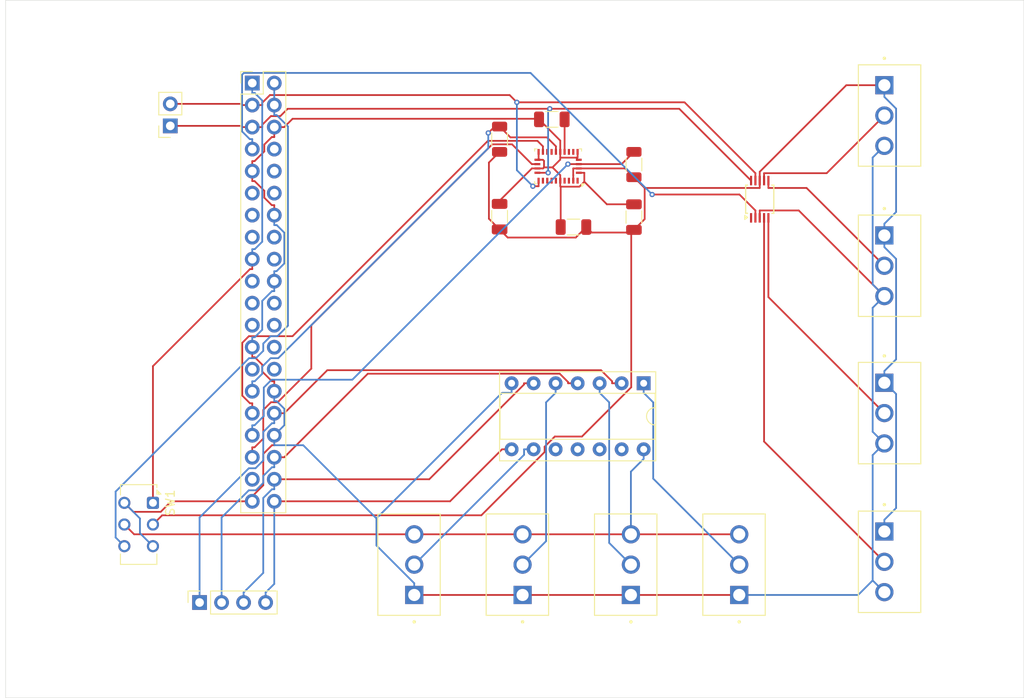
<source format=kicad_pcb>
(kicad_pcb (version 20240108) (generator "pcbnew") (generator_version "8.0")
  (layers (0 "F.Cu" signal) (31 "B.Cu" signal) (34 "B.Paste" user) (35 "F.Paste" user) (36 "B.SilkS" user "B.Silkscreen") (37 "F.SilkS" user "F.Silkscreen") (38 "B.Mask" user) (39 "F.Mask" user) (44 "Edge.Cuts" user))
  (net 0 "")
  (net 1 "GND")
  (net 2 "3.3V")
  (net 3 "Net-(U1-CAP)")
  (net 4 "Net-(J2-Pad2)")
  (net 5 "5V")
  (net 6 "Net-(J3-Pad2)")
  (net 7 "Net-(J4-Pad2)")
  (net 8 "Net-(J5-Pad2)")
  (net 9 "ST 4")
  (net 10 "/I2C_1_SCL")
  (net 11 "/UART_2_RX")
  (net 12 "/gpio232")
  (net 13 "/gpio194")
  (net 14 "/gpio20")
  (net 15 "IMU nBOOT")
  (net 16 "/I2C_1_SDA")
  (net 17 "IMU nRESET")
  (net 18 "/I2C_2_SDA")
  (net 19 "/I2C_2_SCL")
  (net 20 "ST 1")
  (net 21 "ADC ALERT")
  (net 22 "/gpio15")
  (net 23 "/gpio50")
  (net 24 "ST 3")
  (net 25 "/gpio14")
  (net 26 "IMU INT")
  (net 27 "/UART_2_TX")
  (net 28 "/gpio19")
  (net 29 "/gpio79")
  (net 30 "COM 3")
  (net 31 "/gpio12")
  (net 32 "/gpio16")
  (net 33 "/gpio13")
  (net 34 "/gpio17")
  (net 35 "ST 2")
  (net 36 "/gpio18")
  (net 53 "/ADC/Signal 4")
  (net 54 "/ADC/Signal 3")
  (net 55 "/ADC/Signal 1")
  (net 56 "/ADC/Signal 2")
  (net 57 "/ADC/3.3V")
  (net 58 "/SchmittTrigger(74LV14)/5V")
  (footprint "TBP03R2_350_03BE(1):CUI_TBP03R2-350-03BE" (layer "F.Cu") (at 141.6525 137.13 90)
    (property "Reference" "J3" (hide yes))
    (property "Value" "TBP03R2-350-03BE")
  )
  (footprint "Resistor_SMD:R_1206_3216Metric" (layer "F.Cu") (at 142 87.4625 90)
    (property "Reference" "R2" (hide yes))
    (property "Value" "10k")
  )
  (footprint "TBP03R2_350_03BE(1):CUI_TBP03R2-350-03BE" (layer "F.Cu") (at 170.9 129.805 -90)
    (property "Reference" "J7" (hide yes))
    (property "Value" "TBP03R2-350-03BE" (hide yes))
  )
  (footprint "TBP03R2_350_03BE(1):CUI_TBP03R2-350-03BE" (layer "F.Cu") (at 129.1525 137.13 90)
    (property "Reference" "J4" (hide yes))
    (property "Value" "TBP03R2-350-03BE")
  )
  (footprint "Package_SO:TSSOP-10_3x3mm_P0.5mm" (layer "F.Cu") (at 156.5175 91.4625 90)
    (property "Reference" "U4" (hide yes))
    (property "Value" "ADS1115IDGS")
  )
  (footprint "Connector_PinHeader_2.54mm:PinHeader_2x20_P2.54mm_Vertical" (layer "F.Cu") (at 97.96 78.06)
    (property "Reference" "J6" (hide yes))
    (property "Value" "40_Pin_Jetson_Connector")
  )
  (footprint "TBP03R2_350_03BE(1):CUI_TBP03R2-350-03BE" (layer "F.Cu") (at 170.9 78.305 -90)
    (property "Reference" "J10" (hide yes))
    (property "Value" "TBP03R2-350-03BE")
  )
  (footprint "Connector_PinSocket_2.54mm:PinSocket_1x04_P2.54mm_Vertical" (layer "F.Cu") (at 91.88 138 90)
    (property "Reference" "J11" (hide yes))
    (property "Value" "ST DEBUG")
  )
  (footprint "Capacitor_SMD:C_1206_3216Metric" (layer "F.Cu") (at 135.025 94.675)
    (property "Reference" "C7" (hide yes))
    (property "Value" "6.8n")
  )
  (footprint "MountingHole:MountingHole_2.1mm" (layer "F.Cu") (at 74 144.5)
    (property "Reference" "H2" (hide yes))
    (property "Value" "MountingHole")
  )
  (footprint "TBP03R2_350_03BE(1):CUI_TBP03R2-350-03BE" (layer "F.Cu") (at 170.9 112.6425 -90)
    (property "Reference" "J8" (hide yes))
    (property "Value" "TBP03R2-350-03BE" (hide yes))
  )
  (footprint "TBP03R2_350_03BE(1):CUI_TBP03R2-350-03BE" (layer "F.Cu") (at 170.9 95.6425 -90)
    (property "Reference" "J9" (hide yes))
    (property "Value" "TBP03R2-350-03BE")
  )
  (footprint "Connector_PinSocket_2.54mm:PinSocket_1x02_P2.54mm_Vertical" (layer "F.Cu") (at 88.5 83 180)
    (property "Reference" "J1" (hide yes))
    (property "Value" "I2C_2 DEBUG")
  )
  (footprint "Capacitor_SMD:C_1206_3216Metric" (layer "F.Cu") (at 132.525 82.2505 180)
    (property "Reference" "C8" (hide yes))
    (property "Value" "100n")
  )
  (footprint "Capacitor_SMD:C_1206_3216Metric" (layer "F.Cu") (at 142 93.525 -90)
    (property "Reference" "C6" (hide yes))
    (property "Value" "100n")
  )
  (footprint "Button_Switch_THT:SW_CK_JS202011AQN_DPDT_Angled" (layer "F.Cu") (at 86.5 126.5 -90)
    (property "Reference" "SW1")
    (property "Value" "SW_Push_DPDT")
  )
  (footprint "Capacitor_SMD:C_1206_3216Metric" (layer "F.Cu") (at 126.5 93.475 -90)
    (property "Reference" "C1" (hide yes))
    (property "Value" "120n")
  )
  (footprint "Package_DIP:DIP-14_W7.62mm_Socket" (layer "F.Cu") (at 143.125 112.7 -90)
    (property "Reference" "U2" (hide yes))
    (property "Value" "74LV14")
  )
  (footprint "TBP03R2_350_03BE(1):CUI_TBP03R2-350-03BE" (layer "F.Cu") (at 154.1525 137.13 90)
    (property "Reference" "J2" (hide yes))
    (property "Value" "TBP03R2-350-03BE")
  )
  (footprint "MountingHole:MountingHole_2.1mm" (layer "F.Cu") (at 181.5 144.5)
    (property "Reference" "H4" (hide yes))
    (property "Value" "MountingHole")
  )
  (footprint "Resistor_SMD:R_1206_3216Metric" (layer "F.Cu") (at 126.5 84.5375 90)
    (property "Reference" "R1" (hide yes))
    (property "Value" "10k")
  )
  (footprint "MountingHole:MountingHole_2.1mm" (layer "F.Cu") (at 181.5 73)
    (property "Reference" "H3" (hide yes))
    (property "Value" "MountingHole")
  )
  (footprint "TBP03R2_350_03BE(1):CUI_TBP03R2-350-03BE" (layer "F.Cu") (at 116.6525 137.13 90)
    (property "Reference" "J5" (hide yes))
    (property "Value" "TBP03R2-350-03BE")
  )
  (footprint "Package_LGA:LGA-28_5.2x3.8mm_P0.5mm" (layer "F.Cu") (at 133.25 87.6625 180)
    (property "Reference" "U1" (hide yes))
    (property "Value" "BNO055")
  )
  (footprint "MountingHole:MountingHole_2.1mm" (layer "B.Cu") (at 74.5 73 180)
    (property "Reference" "H1" (hide yes))
    (property "Value" "MountingHole")
  )
  (gr_rect (start 69.5 68.5) (end 187 149) (stroke (width 0.05)) (fill none) (layer "Edge.Cuts"))
  (segment (start 132.6038 87.7896) (end 131.6246 87.7896) (width 0.2) (layer "F.Cu") (net 1))
  (segment (start 135.4584 86.6392) (end 135.5 86.6392) (width 0.2) (layer "F.Cu") (net 1))
  (segment (start 133.5 89.325) (end 133.5 89.9642) (width 0.2) (layer "F.Cu") (net 1))
  (segment (start 97.96 108.54) (end 97.96 109.6917) (width 0.2) (layer "F.Cu") (net 1))
  (segment (start 138.8814 92.05) (end 142 92.05) (width 0.2) (layer "F.Cu") (net 1))
  (segment (start 133.55 90.0142) (end 135.7078 90.0142) (width 0.2) (layer "F.Cu") (net 1))
  (segment (start 130.8625 86.9125) (end 131.0678 86.9125) (width 0.2) (layer "F.Cu") (net 1))
  (segment (start 99.23 120.8532) (end 100.2315 119.8517) (width 0.2) (layer "F.Cu") (net 1))
  (segment (start 84.2368 127.5368) (end 83.2 126.5) (width 0.2) (layer "F.Cu") (net 1))
  (segment (start 97.96 88.22) (end 97.96 87.0683) (width 0.2) (layer "F.Cu") (net 1))
  (segment (start 97.3842 126.32) (end 96.8083 126.32) (width 0.2) (layer "F.Cu") (net 1))
  (segment (start 133.5 86.6653) (end 133.5 86) (width 0.2) (layer "F.Cu") (net 1))
  (segment (start 131.0678 86.9125) (end 131 86.8447) (width 0.2) (layer "F.Cu") (net 1))
  (segment (start 100.2315 119.8517) (end 100.5 119.8517) (width 0.2) (layer "F.Cu") (net 1))
  (segment (start 97.3842 126.32) (end 99.23 124.4742) (width 0.2) (layer "F.Cu") (net 1))
  (segment (start 99.23 124.4742) (end 99.23 120.8532) (width 0.2) (layer "F.Cu") (net 1))
  (segment (start 133.5 89.2265) (end 133.5 89.325) (width 0.2) (layer "F.Cu") (net 1))
  (segment (start 131.6246 87.7896) (end 131.6246 87.0354) (width 0.2) (layer "F.Cu") (net 1))
  (segment (start 135.4323 86.9125) (end 135.4323 86.6653) (width 0.2) (layer "F.Cu") (net 1))
  (segment (start 135.5 86) (end 135.5 86.6392) (width 0.2) (layer "F.Cu") (net 1))
  (segment (start 98.248 109.6917) (end 99.1117 110.5554) (width 0.2) (layer "F.Cu") (net 1))
  (segment (start 133.5 86.6653) (end 135.4323 86.6653) (width 0.2) (layer "F.Cu") (net 1))
  (segment (start 100.2315 112.4683) (end 100.5 112.4683) (width 0.2) (layer "F.Cu") (net 1))
  (segment (start 99.3483 85.9485) (end 98.2285 87.0683) (width 0.2) (layer "F.Cu") (net 1))
  (segment (start 98.2285 87.0683) (end 97.96 87.0683) (width 0.2) (layer "F.Cu") (net 1))
  (segment (start 131.05 82.2505) (end 130.9784 82.1789) (width 0.2) (layer "F.Cu") (net 1))
  (segment (start 96.8083 126.32) (end 88.612 126.32) (width 0.2) (layer "F.Cu") (net 1))
  (segment (start 135.4323 86.6653) (end 135.4584 86.6392) (width 0.2) (layer "F.Cu") (net 1))
  (segment (start 100.5 84.2917) (end 100.212 84.2917) (width 0.2) (layer "F.Cu") (net 1))
  (segment (start 132.6038 87.7896) (end 133.5 86.8934) (width 0.2) (layer "F.Cu") (net 1))
  (segment (start 170.9 102.6425) (end 161.0183 92.7608) (width 0.2) (layer "F.Cu") (net 1))
  (segment (start 161.0183 92.7608) (end 156.5175 92.7608) (width 0.2) (layer "F.Cu") (net 1))
  (segment (start 100.5 113.62) (end 100.5 112.4683) (width 0.2) (layer "F.Cu") (net 1))
  (segment (start 102.6128 82.1789) (end 101.6517 83.14) (width 0.2) (layer "F.Cu") (net 1))
  (segment (start 97.96 126.32) (end 97.3842 126.32) (width 0.2) (layer "F.Cu") (net 1))
  (segment (start 154.1525 137.13) (end 141.6525 137.13) (width 0.2) (layer "F.Cu") (net 1))
  (segment (start 135.6375 88.4125) (end 136.2767 88.4125) (width 0.2) (layer "F.Cu") (net 1))
  (segment (start 88.612 126.32) (end 87.3952 127.5368) (width 0.2) (layer "F.Cu") (net 1))
  (segment (start 130.9784 82.1789) (end 102.6128 82.1789) (width 0.2) (layer "F.Cu") (net 1))
  (segment (start 100.5 93.3) (end 100.5 92.1483) (width 0.2) (layer "F.Cu") (net 1))
  (segment (start 133.5 86) (end 133.5 84.7005) (width 0.2) (layer "F.Cu") (net 1))
  (segment (start 133.5 89.2265) (end 133.5 88.6858) (width 0.2) (layer "F.Cu") (net 1))
  (segment (start 100.5 83.14) (end 100.5 84.2917) (width 0.2) (layer "F.Cu") (net 1))
  (segment (start 99.1117 110.5554) (end 99.1117 111.3485) (width 0.2) (layer "F.Cu") (net 1))
  (segment (start 129.1525 137.13) (end 141.6525 137.13) (width 0.2) (layer "F.Cu") (net 1))
  (segment (start 97.96 109.6917) (end 98.248 109.6917) (width 0.2) (layer "F.Cu") (net 1))
  (segment (start 87.3952 127.5368) (end 84.2368 127.5368) (width 0.2) (layer "F.Cu") (net 1))
  (segment (start 116.6525 137.13) (end 129.1525 137.13) (width 0.2) (layer "F.Cu") (net 1))
  (segment (start 126.5 91.6358) (end 130.2233 87.9125) (width 0.2) (layer "F.Cu") (net 1))
  (segment (start 100.212 84.2917) (end 99.3483 85.1554) (width 0.2) (layer "F.Cu") (net 1))
  (segment (start 98.2285 89.3717) (end 97.96 89.3717) (width 0.2) (layer "F.Cu") (net 1))
  (segment (start 100.5 118.7) (end 100.5 119.8517) (width 0.2) (layer "F.Cu") (net 1))
  (segment (start 100.5 83.14) (end 101.6517 83.14) (width 0.2) (layer "F.Cu") (net 1))
  (segment (start 136.2767 89.4453) (end 138.8814 92.05) (width 0.2) (layer "F.Cu") (net 1))
  (segment (start 126.5 92) (end 126.5 91.6358) (width 0.2) (layer "F.Cu") (net 1))
  (segment (start 133.5 89.9642) (end 133.55 90.0142) (width 0.2) (layer "F.Cu") (net 1))
  (segment (start 99.1117 111.3485) (end 100.2315 112.4683) (width 0.2) (layer "F.Cu") (net 1))
  (segment (start 131.6246 87.7896) (end 131.5017 87.9125) (width 0.2) (layer "F.Cu") (net 1))
  (segment (start 131.6246 87.0354) (end 131.5017 86.9125) (width 0.2) (layer "F.Cu") (net 1))
  (segment (start 133.5 84.7005) (end 131.05 82.2505) (width 0.2) (layer "F.Cu") (net 1))
  (segment (start 99.3483 91.2846) (end 99.3483 90.4915) (width 0.2) (layer "F.Cu") (net 1))
  (segment (start 97.96 88.22) (end 97.96 89.3717) (width 0.2) (layer "F.Cu") (net 1))
  (segment (start 133.55 90.0142) (end 133.55 94.675) (width 0.2) (layer "F.Cu") (net 1))
  (segment (start 131 86.8447) (end 131 86) (width 0.2) (layer "F.Cu") (net 1))
  (segment (start 130.8625 87.9125) (end 131.5017 87.9125) (width 0.2) (layer "F.Cu") (net 1))
  (segment (start 99.3483 90.4915) (end 98.2285 89.3717) (width 0.2) (layer "F.Cu") (net 1))
  (segment (start 156.5175 93.6125) (end 156.5175 92.7608) (width 0.2) (layer "F.Cu") (net 1))
  (segment (start 136.2767 89.4453) (end 136.2767 88.4125) (width 0.2) (layer "F.Cu") (net 1))
  (segment (start 99.3483 85.1554) (end 99.3483 85.9485) (width 0.2) (layer "F.Cu") (net 1))
  (segment (start 133.5 88.6858) (end 132.6038 87.7896) (width 0.2) (layer "F.Cu") (net 1))
  (segment (start 135.6375 86.9125) (end 135.4323 86.9125) (width 0.2) (layer "F.Cu") (net 1))
  (segment (start 131.0678 86.9125) (end 131.5017 86.9125) (width 0.2) (layer "F.Cu") (net 1))
  (segment (start 133.5 86.8934) (end 133.5 86.6653) (width 0.2) (layer "F.Cu") (net 1))
  (segment (start 135.7078 90.0142) (end 136.2767 89.4453) (width 0.2) (layer "F.Cu") (net 1))
  (segment (start 100.212 92.1483) (end 99.3483 91.2846) (width 0.2) (layer "F.Cu") (net 1))
  (segment (start 100.5 92.1483) (end 100.212 92.1483) (width 0.2) (layer "F.Cu") (net 1))
  (segment (start 130.8625 87.9125) (end 130.2233 87.9125) (width 0.2) (layer "F.Cu") (net 1))
  (segment (start 167.8716 137.13) (end 169.5483 135.4533) (width 0.2) (layer "B.Cu") (net 1))
  (segment (start 127.885 113.8017) (end 126.7833 113.8017) (width 0.2) (layer "B.Cu") (net 1))
  (segment (start 169.5483 135.4533) (end 169.5483 120.9942) (width 0.2) (layer "B.Cu") (net 1))
  (segment (start 169.5483 120.9942) (end 170.9 119.6425) (width 0.2) (layer "B.Cu") (net 1))
  (segment (start 127.885 112.7) (end 127.885 113.8017) (width 0.2) (layer "B.Cu") (net 1))
  (segment (start 100.5 118.7) (end 100.5 119.8517) (width 0.2) (layer "B.Cu") (net 1))
  (segment (start 85.0002 128.3002) (end 85.0002 130.0002) (width 0.2) (layer "B.Cu") (net 1))
  (segment (start 99.1117 106.5246) (end 99.1117 103.1915) (width 0.2) (layer "B.Cu") (net 1))
  (segment (start 170.9 136.805) (end 169.5483 135.4533) (width 0.2) (layer "B.Cu") (net 1))
  (segment (start 169.548 101.2905) (end 169.548 86.657) (width 0.2) (layer "B.Cu") (net 1))
  (segment (start 100.5 100.92) (end 100.5 99.7683) (width 0.2) (layer "B.Cu") (net 1))
  (segment (start 101.6581 95.3219) (end 101.6581 98.8787) (width 0.2) (layer "B.Cu") (net 1))
  (segment (start 116.6525 137.13) (end 116.6525 135.7783) (width 0.2) (layer "B.Cu") (net 1))
  (segment (start 126.7833 113.8017) (end 112.2874 128.2976) (width 0.2) (layer "B.Cu") (net 1))
  (segment (start 170.9 119.6425) (end 169.5483 118.2908) (width 0.2) (layer "B.Cu") (net 1))
  (segment (start 100.5 94.4517) (end 100.7879 94.4517) (width 0.2) (layer "B.Cu") (net 1))
  (segment (start 103.8415 119.8517) (end 100.5 119.8517) (width 0.2) (layer "B.Cu") (net 1))
  (segment (start 169.5483 103.9942) (end 170.9 102.6425) (width 0.2) (layer "B.Cu") (net 1))
  (segment (start 170.9 102.6425) (end 169.548 101.2905) (width 0.2) (layer "B.Cu") (net 1))
  (segment (start 101.663 117.537) (end 100.5 118.7) (width 0.2) (layer "B.Cu") (net 1))
  (segment (start 100.5 93.3) (end 100.5 94.4517) (width 0.2) (layer "B.Cu") (net 1))
  (segment (start 83.2 126.5) (end 85.0002 128.3002) (width 0.2) (layer "B.Cu") (net 1))
  (segment (start 100.7685 99.7683) (end 100.5 99.7683) (width 0.2) (layer "B.Cu") (net 1))
  (segment (start 112.2874 131.4132) (end 116.6525 135.7783) (width 0.2) (layer "B.Cu") (net 1))
  (segment (start 100.7879 94.4517) (end 101.6581 95.3219) (width 0.2) (layer "B.Cu") (net 1))
  (segment (start 98.248 107.3883) (end 99.1117 106.5246) (width 0.2) (layer "B.Cu") (net 1))
  (segment (start 169.548 86.657) (end 170.9 85.305) (width 0.2) (layer "B.Cu") (net 1))
  (segment (start 100.2315 102.0717) (end 100.5 102.0717) (width 0.2) (layer "B.Cu") (net 1))
  (segment (start 99.1117 103.1915) (end 100.2315 102.0717) (width 0.2) (layer "B.Cu") (net 1))
  (segment (start 101.663 115.6468) (end 101.663 117.537) (width 0.2) (layer "B.Cu") (net 1))
  (segment (start 100.7879 114.7717) (end 101.663 115.6468) (width 0.2) (layer "B.Cu") (net 1))
  (segment (start 101.6581 98.8787) (end 100.7685 99.7683) (width 0.2) (layer "B.Cu") (net 1))
  (segment (start 112.2874 128.2976) (end 112.2874 131.4132) (width 0.2) (layer "B.Cu") (net 1))
  (segment (start 97.96 108.54) (end 97.96 107.3883) (width 0.2) (layer "B.Cu") (net 1))
  (segment (start 112.2874 128.2976) (end 103.8415 119.8517) (width 0.2) (layer "B.Cu") (net 1))
  (segment (start 154.1525 137.13) (end 167.8716 137.13) (width 0.2) (layer "B.Cu") (net 1))
  (segment (start 97.96 107.3883) (end 98.248 107.3883) (width 0.2) (layer "B.Cu") (net 1))
  (segment (start 169.5483 118.2908) (end 169.5483 103.9942) (width 0.2) (layer "B.Cu") (net 1))
  (segment (start 100.5 100.92) (end 100.5 102.0717) (width 0.2) (layer "B.Cu") (net 1))
  (segment (start 100.5 114.7717) (end 100.7879 114.7717) (width 0.2) (layer "B.Cu") (net 1))
  (segment (start 85.0002 130.0002) (end 86.5 131.5) (width 0.2) (layer "B.Cu") (net 1))
  (segment (start 100.5 113.62) (end 100.5 114.7717) (width 0.2) (layer "B.Cu") (net 1))
  (segment (start 97.96 98.38) (end 97.96 99.5317) (width 0.2) (layer "F.Cu") (net 2))
  (segment (start 86.5 126.5) (end 86.5 110.7232) (width 0.2) (layer "F.Cu") (net 2))
  (segment (start 97.6915 99.5317) (end 97.96 99.5317) (width 0.2) (layer "F.Cu") (net 2))
  (segment (start 86.5 110.7232) (end 97.6915 99.5317) (width 0.2) (layer "F.Cu") (net 2))
  (segment (start 99.1117 80.0754) (end 98.248 79.2117) (width 0.2) (layer "B.Cu") (net 2))
  (segment (start 97.96 78.06) (end 97.96 79.2117) (width 0.2) (layer "B.Cu") (net 2))
  (segment (start 98.2479 97.2283) (end 99.1117 96.3645) (width 0.2) (layer "B.Cu") (net 2))
  (segment (start 97.96 98.38) (end 97.96 97.2283) (width 0.2) (layer "B.Cu") (net 2))
  (segment (start 99.1117 96.3645) (end 99.1117 80.0754) (width 0.2) (layer "B.Cu") (net 2))
  (segment (start 98.248 79.2117) (end 97.96 79.2117) (width 0.2) (layer "B.Cu") (net 2))
  (segment (start 97.96 97.2283) (end 98.2479 97.2283) (width 0.2) (layer "B.Cu") (net 2))
  (segment (start 134 86) (end 134 82.2505) (width 0.2) (layer "F.Cu") (net 3))
  (segment (start 143.125 112.7) (end 143.125 113.8017) (width 0.2) (layer "B.Cu") (net 4))
  (segment (start 144.2267 114.9034) (end 144.2267 123.7042) (width 0.2) (layer "B.Cu") (net 4))
  (segment (start 144.2267 123.7042) (end 154.1525 133.63) (width 0.2) (layer "B.Cu") (net 4))
  (segment (start 143.125 113.8017) (end 144.2267 114.9034) (width 0.2) (layer "B.Cu") (net 4))
  (segment (start 97.582 109.81) (end 98.3783 109.81) (width 0.2) (layer "B.Cu") (net 5))
  (segment (start 100.8659 107.27) (end 102.0787 106.0572) (width 0.2) (layer "B.Cu") (net 5))
  (segment (start 82.193 125.199) (end 97.582 109.81) (width 0.2) (layer "B.Cu") (net 5))
  (segment (start 99.23 108.1216) (end 100.0816 107.27) (width 0.2) (layer "B.Cu") (net 5))
  (segment (start 102.0787 83.0619) (end 100.7685 81.7517) (width 0.2) (layer "B.Cu") (net 5))
  (segment (start 100.0816 107.27) (end 100.8659 107.27) (width 0.2) (layer "B.Cu") (net 5))
  (segment (start 99.23 108.9583) (end 99.23 108.1216) (width 0.2) (layer "B.Cu") (net 5))
  (segment (start 82.193 130.493) (end 82.193 125.199) (width 0.2) (layer "B.Cu") (net 5))
  (segment (start 83.2 131.5) (end 82.193 130.493) (width 0.2) (layer "B.Cu") (net 5))
  (segment (start 100.7685 81.7517) (end 100.5 81.7517) (width 0.2) (layer "B.Cu") (net 5))
  (segment (start 98.3783 109.81) (end 99.23 108.9583) (width 0.2) (layer "B.Cu") (net 5))
  (segment (start 100.5 80.6) (end 100.5 78.06) (width 0.2) (layer "B.Cu") (net 5))
  (segment (start 102.0787 106.0572) (end 102.0787 83.0619) (width 0.2) (layer "B.Cu") (net 5))
  (segment (start 100.5 80.6) (end 100.5 81.7517) (width 0.2) (layer "B.Cu") (net 5))
  (segment (start 139.1467 114.9034) (end 139.1467 131.1242) (width 0.2) (layer "B.Cu") (net 6))
  (segment (start 138.045 113.8017) (end 139.1467 114.9034) (width 0.2) (layer "B.Cu") (net 6))
  (segment (start 139.1467 131.1242) (end 141.6525 133.63) (width 0.2) (layer "B.Cu") (net 6))
  (segment (start 138.045 112.7) (end 138.045 113.8017) (width 0.2) (layer "B.Cu") (net 6))
  (segment (start 132.965 112.7) (end 132.965 113.8017) (width 0.2) (layer "B.Cu") (net 7))
  (segment (start 132.965 113.8017) (end 131.8633 114.9034) (width 0.2) (layer "B.Cu") (net 7))
  (segment (start 131.8633 130.9192) (end 129.1525 133.63) (width 0.2) (layer "B.Cu") (net 7))
  (segment (start 131.8633 114.9034) (end 131.8633 130.9192) (width 0.2) (layer "B.Cu") (net 7))
  (segment (start 129.3233 120.9592) (end 116.6525 133.63) (width 0.2) (layer "B.Cu") (net 8))
  (segment (start 130.425 120.32) (end 129.3233 120.32) (width 0.2) (layer "B.Cu") (net 8))
  (segment (start 129.3233 120.32) (end 129.3233 120.9592) (width 0.2) (layer "B.Cu") (net 8))
  (segment (start 120.7833 126.32) (end 100.5 126.32) (width 0.2) (layer "F.Cu") (net 9))
  (segment (start 127.885 120.32) (end 126.7833 120.32) (width 0.2) (layer "F.Cu") (net 9))
  (segment (start 126.7833 120.32) (end 120.7833 126.32) (width 0.2) (layer "F.Cu") (net 9))
  (segment (start 100.5 135.8483) (end 99.5 136.8483) (width 0.2) (layer "B.Cu") (net 9))
  (segment (start 99.5 138) (end 99.5 136.8483) (width 0.2) (layer "B.Cu") (net 9))
  (segment (start 100.5 126.32) (end 100.5 135.8483) (width 0.2) (layer "B.Cu") (net 9))
  (segment (start 140.5875 87.4125) (end 142 86) (width 0.2) (layer "F.Cu") (net 15))
  (segment (start 135.6375 87.4125) (end 140.5875 87.4125) (width 0.2) (layer "F.Cu") (net 15))
  (segment (start 134.3834 87.4125) (end 135.6375 87.4125) (width 0.2) (layer "F.Cu") (net 15))
  (via (at 134.3834 87.4125) (size 0.6) (drill 0.3) (layers "F.Cu" "B.Cu") (net 15))
  (segment (start 97.96 118.7) (end 97.96 117.5483) (width 0.2) (layer "B.Cu") (net 15))
  (segment (start 99.29 116.4868) (end 99.29 113.1937) (width 0.2) (layer "B.Cu") (net 15))
  (segment (start 109.5059 112.29) (end 134.3834 87.4125) (width 0.2) (layer "B.Cu") (net 15))
  (segment (start 97.96 117.5483) (end 98.2285 117.5483) (width 0.2) (layer "B.Cu") (net 15))
  (segment (start 99.29 113.1937) (end 100.1937 112.29) (width 0.2) (layer "B.Cu") (net 15))
  (segment (start 98.2285 117.5483) (end 99.29 116.4868) (width 0.2) (layer "B.Cu") (net 15))
  (segment (start 100.1937 112.29) (end 109.5059 112.29) (width 0.2) (layer "B.Cu") (net 15))
  (segment (start 133 86) (end 133 85.3608) (width 0.2) (layer "F.Cu") (net 17))
  (segment (start 127.7492 84.3242) (end 126.5 83.075) (width 0.2) (layer "F.Cu") (net 17))
  (segment (start 125.1943 83.8164) (end 125.9357 83.075) (width 0.2) (layer "F.Cu") (net 17))
  (segment (start 125.9357 83.075) (end 126.5 83.075) (width 0.2) (layer "F.Cu") (net 17))
  (segment (start 131.9634 84.3242) (end 127.7492 84.3242) (width 0.2) (layer "F.Cu") (net 17))
  (segment (start 133 85.3608) (end 131.9634 84.3242) (width 0.2) (layer "F.Cu") (net 17))
  (via (at 125.1943 83.8164) (size 0.6) (drill 0.3) (layers "F.Cu" "B.Cu") (net 17))
  (segment (start 100.0816 109.81) (end 100.9564 109.81) (width 0.2) (layer "B.Cu") (net 17))
  (segment (start 97.96 113.62) (end 97.96 112.4683) (width 0.2) (layer "B.Cu") (net 17))
  (segment (start 99.1117 110.7799) (end 100.0816 109.81) (width 0.2) (layer "B.Cu") (net 17))
  (segment (start 100.9564 109.81) (end 125.1943 85.5721) (width 0.2) (layer "B.Cu") (net 17))
  (segment (start 97.96 112.4683) (end 98.248 112.4683) (width 0.2) (layer "B.Cu") (net 17))
  (segment (start 98.248 112.4683) (end 99.1117 111.6046) (width 0.2) (layer "B.Cu") (net 17))
  (segment (start 125.1943 85.5721) (end 125.1943 83.8164) (width 0.2) (layer "B.Cu") (net 17))
  (segment (start 99.1117 111.6046) (end 99.1117 110.7799) (width 0.2) (layer "B.Cu") (net 17))
  (segment (start 99.1117 80.3315) (end 99.1117 80.6) (width 0.2) (layer "F.Cu") (net 18))
  (segment (start 147.8381 80.2814) (end 128.4931 80.2814) (width 0.2) (layer "F.Cu") (net 18))
  (segment (start 97.96 80.6) (end 96.8083 80.6) (width 0.2) (layer "F.Cu") (net 18))
  (segment (start 131 89.9642) (end 130.3413 89.9642) (width 0.2) (layer "F.Cu") (net 18))
  (segment (start 131 89.325) (end 131 89.9642) (width 0.2) (layer "F.Cu") (net 18))
  (segment (start 99.9969 79.4463) (end 99.1117 80.3315) (width 0.2) (layer "F.Cu") (net 18))
  (segment (start 156.0175 89.3125) (end 156.0175 88.4608) (width 0.2) (layer "F.Cu") (net 18))
  (segment (start 128.4931 80.2814) (end 127.658 79.4463) (width 0.2) (layer "F.Cu") (net 18))
  (segment (start 88.5 80.46) (end 96.6683 80.46) (width 0.2) (layer "F.Cu") (net 18))
  (segment (start 96.6683 80.46) (end 96.8083 80.6) (width 0.2) (layer "F.Cu") (net 18))
  (segment (start 127.658 79.4463) (end 99.9969 79.4463) (width 0.2) (layer "F.Cu") (net 18))
  (segment (start 156.0175 88.4608) (end 147.8381 80.2814) (width 0.2) (layer "F.Cu") (net 18))
  (segment (start 97.96 80.6) (end 99.1117 80.6) (width 0.2) (layer "F.Cu") (net 18))
  (via (at 128.4931 80.2814) (size 0.6) (drill 0.3) (layers "F.Cu" "B.Cu") (net 18))
  (via (at 130.3413 89.9642) (size 0.6) (drill 0.3) (layers "F.Cu" "B.Cu") (net 18))
  (segment (start 128.4931 80.2814) (end 128.4931 88.116) (width 0.2) (layer "B.Cu") (net 18))
  (segment (start 128.4931 88.116) (end 130.3413 89.9642) (width 0.2) (layer "B.Cu") (net 18))
  (segment (start 97.96 83.14) (end 96.8083 83.14) (width 0.2) (layer "F.Cu") (net 19))
  (segment (start 155.5175 89.3125) (end 147.2319 81.0269) (width 0.2) (layer "F.Cu") (net 19))
  (segment (start 102.0451 81.0269) (end 101.202 81.87) (width 0.2) (layer "F.Cu") (net 19))
  (segment (start 130.8625 88.4125) (end 132.099 88.4125) (width 0.2) (layer "F.Cu") (net 19))
  (segment (start 147.2319 81.0269) (end 132.2923 81.0269) (width 0.2) (layer "F.Cu") (net 19))
  (segment (start 132.2923 81.0269) (end 102.0451 81.0269) (width 0.2) (layer "F.Cu") (net 19))
  (segment (start 97.96 83.14) (end 99.1117 83.14) (width 0.2) (layer "F.Cu") (net 19))
  (segment (start 101.202 81.87) (end 100.1132 81.87) (width 0.2) (layer "F.Cu") (net 19))
  (segment (start 88.5 83) (end 96.6683 83) (width 0.2) (layer "F.Cu") (net 19))
  (segment (start 96.6683 83) (end 96.8083 83.14) (width 0.2) (layer "F.Cu") (net 19))
  (segment (start 100.1132 81.87) (end 99.1117 82.8715) (width 0.2) (layer "F.Cu") (net 19))
  (segment (start 99.1117 82.8715) (end 99.1117 83.14) (width 0.2) (layer "F.Cu") (net 19))
  (via (at 132.2923 81.0269) (size 0.6) (drill 0.3) (layers "F.Cu" "B.Cu") (net 19))
  (via (at 132.099 88.4125) (size 0.6) (drill 0.3) (layers "F.Cu" "B.Cu") (net 19))
  (segment (start 132.099 81.2202) (end 132.099 88.4125) (width 0.2) (layer "B.Cu") (net 19))
  (segment (start 132.2923 81.0269) (end 132.099 81.2202) (width 0.2) (layer "B.Cu") (net 19))
  (segment (start 106.6175 111.1942) (end 138.2058 111.1942) (width 0.2) (layer "F.Cu") (net 20))
  (segment (start 101.6517 116.16) (end 106.6175 111.1942) (width 0.2) (layer "F.Cu") (net 20))
  (segment (start 139.4833 112.4717) (end 139.4833 112.7) (width 0.2) (layer "F.Cu") (net 20))
  (segment (start 100.5 116.16) (end 101.6517 116.16) (width 0.2) (layer "F.Cu") (net 20))
  (segment (start 140.585 112.7) (end 139.4833 112.7) (width 0.2) (layer "F.Cu") (net 20))
  (segment (start 138.2058 111.1942) (end 139.4833 112.4717) (width 0.2) (layer "F.Cu") (net 20))
  (segment (start 100.5 116.16) (end 100.5 117.3117) (width 0.2) (layer "B.Cu") (net 20))
  (segment (start 99.23 118.3132) (end 100.2315 117.3117) (width 0.2) (layer "B.Cu") (net 20))
  (segment (start 91.88 128.1915) (end 97.5615 122.51) (width 0.2) (layer "B.Cu") (net 20))
  (segment (start 99.23 121.6158) (end 99.23 118.3132) (width 0.2) (layer "B.Cu") (net 20))
  (segment (start 91.88 138) (end 91.88 128.1915) (width 0.2) (layer "B.Cu") (net 20))
  (segment (start 97.5615 122.51) (end 98.3358 122.51) (width 0.2) (layer "B.Cu") (net 20))
  (segment (start 100.2315 117.3117) (end 100.5 117.3117) (width 0.2) (layer "B.Cu") (net 20))
  (segment (start 98.3358 122.51) (end 99.23 121.6158) (width 0.2) (layer "B.Cu") (net 20))
  (segment (start 154.1772 90.9205) (end 156.0175 92.7608) (width 0.2) (layer "F.Cu") (net 21))
  (segment (start 156.0175 93.6125) (end 156.0175 92.7608) (width 0.2) (layer "F.Cu") (net 21))
  (segment (start 144.1029 90.9205) (end 154.1772 90.9205) (width 0.2) (layer "F.Cu") (net 21))
  (via (at 144.1029 90.9205) (size 0.6) (drill 0.3) (layers "F.Cu" "B.Cu") (net 21))
  (segment (start 97.96 85.68) (end 97.96 84.5283) (width 0.2) (layer "B.Cu") (net 21))
  (segment (start 96.9916 76.8915) (end 130.0739 76.8915) (width 0.2) (layer "B.Cu") (net 21))
  (segment (start 97.6721 84.5283) (end 96.7848 83.641) (width 0.2) (layer "B.Cu") (net 21))
  (segment (start 96.7848 77.0983) (end 96.9916 76.8915) (width 0.2) (layer "B.Cu") (net 21))
  (segment (start 97.96 84.5283) (end 97.6721 84.5283) (width 0.2) (layer "B.Cu") (net 21))
  (segment (start 130.0739 76.8915) (end 144.1029 90.9205) (width 0.2) (layer "B.Cu") (net 21))
  (segment (start 96.7848 83.641) (end 96.7848 77.0983) (width 0.2) (layer "B.Cu") (net 21))
  (segment (start 129.3233 112.8377) (end 118.381 123.78) (width 0.2) (layer "F.Cu") (net 24))
  (segment (start 130.425 112.7) (end 129.3233 112.7) (width 0.2) (layer "F.Cu") (net 24))
  (segment (start 118.381 123.78) (end 100.5 123.78) (width 0.2) (layer "F.Cu") (net 24))
  (segment (start 129.3233 112.7) (end 129.3233 112.8377) (width 0.2) (layer "F.Cu") (net 24))
  (segment (start 100.5 124.9317) (end 100.2315 124.9317) (width 0.2) (layer "B.Cu") (net 24))
  (segment (start 100.2315 124.9317) (end 99.23 125.9332) (width 0.2) (layer "B.Cu") (net 24))
  (segment (start 99.23 125.9332) (end 99.23 134.5783) (width 0.2) (layer "B.Cu") (net 24))
  (segment (start 99.23 134.5783) (end 96.96 136.8483) (width 0.2) (layer "B.Cu") (net 24))
  (segment (start 100.5 123.78) (end 100.5 124.9317) (width 0.2) (layer "B.Cu") (net 24))
  (segment (start 96.96 138) (end 96.96 136.8483) (width 0.2) (layer "B.Cu") (net 24))
  (segment (start 97.96 115.0083) (end 97.6915 115.0083) (width 0.2) (layer "F.Cu") (net 26))
  (segment (start 97.6915 115.0083) (end 96.8081 114.1249) (width 0.2) (layer "F.Cu") (net 26))
  (segment (start 97.96 116.16) (end 97.96 115.0083) (width 0.2) (layer "F.Cu") (net 26))
  (segment (start 96.8081 114.1249) (end 96.8081 108.0306) (width 0.2) (layer "F.Cu") (net 26))
  (segment (start 96.8081 108.0306) (end 97.5687 107.27) (width 0.2) (layer "F.Cu") (net 26))
  (segment (start 130.8651 84.7259) (end 131.5 85.3608) (width 0.2) (layer "F.Cu") (net 26))
  (segment (start 97.5687 107.27) (end 102.6075 107.27) (width 0.2) (layer "F.Cu") (net 26))
  (segment (start 131.5 86) (end 131.5 85.3608) (width 0.2) (layer "F.Cu") (net 26))
  (segment (start 102.6075 107.27) (end 125.1516 84.7259) (width 0.2) (layer "F.Cu") (net 26))
  (segment (start 125.1516 84.7259) (end 130.8651 84.7259) (width 0.2) (layer "F.Cu") (net 26))
  (segment (start 100.1219 114.89) (end 99.23 115.7819) (width 0.2) (layer "F.Cu") (net 30))
  (segment (start 98.2285 120.0883) (end 97.96 120.0883) (width 0.2) (layer "F.Cu") (net 30))
  (segment (start 125.6493 85.1304) (end 104.7731 106.0066) (width 0.2) (layer "F.Cu") (net 30))
  (segment (start 130.8625 87.4125) (end 130.2233 87.4125) (width 0.2) (layer "F.Cu") (net 30))
  (segment (start 100.8941 114.89) (end 100.1219 114.89) (width 0.2) (layer "F.Cu") (net 30))
  (segment (start 130.2233 87.4125) (end 127.9412 85.1304) (width 0.2) (layer "F.Cu") (net 30))
  (segment (start 99.23 115.7819) (end 99.23 119.0868) (width 0.2) (layer "F.Cu") (net 30))
  (segment (start 99.23 119.0868) (end 98.2285 120.0883) (width 0.2) (layer "F.Cu") (net 30))
  (segment (start 104.7731 106.0066) (end 104.7731 111.011) (width 0.2) (layer "F.Cu") (net 30))
  (segment (start 97.96 121.24) (end 97.96 120.0883) (width 0.2) (layer "F.Cu") (net 30))
  (segment (start 104.7731 111.011) (end 100.8941 114.89) (width 0.2) (layer "F.Cu") (net 30))
  (segment (start 127.9412 85.1304) (end 125.6493 85.1304) (width 0.2) (layer "F.Cu") (net 30))
  (segment (start 101.6517 121.24) (end 111.2934 111.5983) (width 0.2) (layer "F.Cu") (net 35))
  (segment (start 133.4394 111.5983) (end 134.4033 112.5622) (width 0.2) (layer "F.Cu") (net 35))
  (segment (start 134.4033 112.5622) (end 134.4033 112.7) (width 0.2) (layer "F.Cu") (net 35))
  (segment (start 100.5 121.24) (end 101.6517 121.24) (width 0.2) (layer "F.Cu") (net 35))
  (segment (start 111.2934 111.5983) (end 133.4394 111.5983) (width 0.2) (layer "F.Cu") (net 35))
  (segment (start 135.505 112.7) (end 134.4033 112.7) (width 0.2) (layer "F.Cu") (net 35))
  (segment (start 97.5615 125.05) (end 98.3783 125.05) (width 0.2) (layer "B.Cu") (net 35))
  (segment (start 99.23 123.3932) (end 100.2315 122.3917) (width 0.2) (layer "B.Cu") (net 35))
  (segment (start 94.42 128.1915) (end 97.5615 125.05) (width 0.2) (layer "B.Cu") (net 35))
  (segment (start 100.2315 122.3917) (end 100.5 122.3917) (width 0.2) (layer "B.Cu") (net 35))
  (segment (start 99.23 124.1983) (end 99.23 123.3932) (width 0.2) (layer "B.Cu") (net 35))
  (segment (start 94.42 138) (end 94.42 128.1915) (width 0.2) (layer "B.Cu") (net 35))
  (segment (start 100.5 121.24) (end 100.5 122.3917) (width 0.2) (layer "B.Cu") (net 35))
  (segment (start 98.3783 125.05) (end 99.23 124.1983) (width 0.2) (layer "B.Cu") (net 35))
  (segment (start 164.2442 88.4608) (end 170.9 81.805) (width 0.2) (layer "F.Cu") (net 53))
  (segment (start 157.0175 89.3125) (end 157.0175 88.4608) (width 0.2) (layer "F.Cu") (net 53))
  (segment (start 157.0175 88.4608) (end 164.2442 88.4608) (width 0.2) (layer "F.Cu") (net 53))
  (segment (start 157.5175 89.3125) (end 157.5175 90.1642) (width 0.2) (layer "F.Cu") (net 54))
  (segment (start 161.9217 90.1642) (end 170.9 99.1425) (width 0.2) (layer "F.Cu") (net 54))
  (segment (start 157.5175 90.1642) (end 161.9217 90.1642) (width 0.2) (layer "F.Cu") (net 54))
  (segment (start 157.0175 93.6125) (end 157.0175 119.4225) (width 0.2) (layer "F.Cu") (net 55))
  (segment (start 157.0175 119.4225) (end 170.9 133.305) (width 0.2) (layer "F.Cu") (net 55))
  (segment (start 170.9 116.1425) (end 157.5175 102.76) (width 0.2) (layer "F.Cu") (net 56))
  (segment (start 157.5175 102.76) (end 157.5175 93.6125) (width 0.2) (layer "F.Cu") (net 56))
  (segment (start 141.6911 95.3089) (end 137.1339 95.3089) (width 0.2) (layer "F.Cu") (net 57))
  (segment (start 143.2392 93.7608) (end 142 95) (width 0.2) (layer "F.Cu") (net 57))
  (segment (start 125.2687 87.2313) (end 125.2687 93.7187) (width 0.2) (layer "F.Cu") (net 57))
  (segment (start 141.6911 95.3089) (end 141.6911 113.1595) (width 0.2) (layer "F.Cu") (net 57))
  (segment (start 136.5 94.675) (end 135.2899 95.8851) (width 0.2) (layer "F.Cu") (net 57))
  (segment (start 156.5175 88.2979) (end 156.5175 89.3125) (width 0.2) (layer "F.Cu") (net 57))
  (segment (start 131.695 120.6353) (end 124.3933 127.937) (width 0.2) (layer "F.Cu") (net 57))
  (segment (start 170.9 78.305) (end 166.5104 78.305) (width 0.2) (layer "F.Cu") (net 57))
  (segment (start 126.5 86) (end 125.2687 87.2313) (width 0.2) (layer "F.Cu") (net 57))
  (segment (start 143.2392 90.1642) (end 142 88.925) (width 0.2) (layer "F.Cu") (net 57))
  (segment (start 134.9983 88.6841) (end 134.9983 87.9125) (width 0.2) (layer "F.Cu") (net 57))
  (segment (start 166.5104 78.305) (end 156.5175 88.2979) (width 0.2) (layer "F.Cu") (net 57))
  (segment (start 127.4351 95.8851) (end 126.5 94.95) (width 0.2) (layer "F.Cu") (net 57))
  (segment (start 156.5175 89.3125) (end 156.5175 90.1642) (width 0.2) (layer "F.Cu") (net 57))
  (segment (start 137.1339 95.3089) (end 136.5 94.675) (width 0.2) (layer "F.Cu") (net 57))
  (segment (start 135 89.325) (end 135 88.6858) (width 0.2) (layer "F.Cu") (net 57))
  (segment (start 135 88.6858) (end 134.9983 88.6841) (width 0.2) (layer "F.Cu") (net 57))
  (segment (start 87.563 127.937) (end 86.5 129) (width 0.2) (layer "F.Cu") (net 57))
  (segment (start 132.8729 118.847) (end 131.695 120.0249) (width 0.2) (layer "F.Cu") (net 57))
  (segment (start 156.5175 90.1642) (end 143.2392 90.1642) (width 0.2) (layer "F.Cu") (net 57))
  (segment (start 135.6375 87.9125) (end 134.9983 87.9125) (width 0.2) (layer "F.Cu") (net 57))
  (segment (start 131.695 120.0249) (end 131.695 120.6353) (width 0.2) (layer "F.Cu") (net 57))
  (segment (start 124.3933 127.937) (end 87.563 127.937) (width 0.2) (layer "F.Cu") (net 57))
  (segment (start 141.6911 113.1595) (end 136.0036 118.847) (width 0.2) (layer "F.Cu") (net 57))
  (segment (start 135.2899 95.8851) (end 127.4351 95.8851) (width 0.2) (layer "F.Cu") (net 57))
  (segment (start 142 95) (end 141.6911 95.3089) (width 0.2) (layer "F.Cu") (net 57))
  (segment (start 135.6375 87.9125) (end 140.9875 87.9125) (width 0.2) (layer "F.Cu") (net 57))
  (segment (start 125.2687 93.7187) (end 126.5 94.95) (width 0.2) (layer "F.Cu") (net 57))
  (segment (start 136.0036 118.847) (end 132.8729 118.847) (width 0.2) (layer "F.Cu") (net 57))
  (segment (start 143.2392 90.1642) (end 143.2392 93.7608) (width 0.2) (layer "F.Cu") (net 57))
  (segment (start 140.9875 87.9125) (end 142 88.925) (width 0.2) (layer "F.Cu") (net 57))
  (segment (start 172.2517 113.9323) (end 172.2517 127.1016) (width 0.2) (layer "B.Cu") (net 57))
  (segment (start 170.9 95.6425) (end 170.9 96.9942) (width 0.2) (layer "B.Cu") (net 57))
  (segment (start 170.9 112.6425) (end 170.9 112.5806) (width 0.2) (layer "B.Cu") (net 57))
  (segment (start 172.2517 92.9391) (end 170.9 94.2908) (width 0.2) (layer "B.Cu") (net 57))
  (segment (start 170.9 95.6425) (end 170.9 94.2908) (width 0.2) (layer "B.Cu") (net 57))
  (segment (start 172.2517 127.1016) (end 170.9 128.4533) (width 0.2) (layer "B.Cu") (net 57))
  (segment (start 170.9 129.805) (end 170.9 128.4533) (width 0.2) (layer "B.Cu") (net 57))
  (segment (start 170.9 112.5806) (end 172.2517 113.9323) (width 0.2) (layer "B.Cu") (net 57))
  (segment (start 170.9 111.9666) (end 170.9 112.5806) (width 0.2) (layer "B.Cu") (net 57))
  (segment (start 172.2517 98.3459) (end 172.2517 109.9391) (width 0.2) (layer "B.Cu") (net 57))
  (segment (start 170.9 78.305) (end 170.9 79.6567) (width 0.2) (layer "B.Cu") (net 57))
  (segment (start 170.9 79.6567) (end 172.2517 81.0084) (width 0.2) (layer "B.Cu") (net 57))
  (segment (start 170.9 96.9942) (end 172.2517 98.3459) (width 0.2) (layer "B.Cu") (net 57))
  (segment (start 172.2517 109.9391) (end 170.9 111.2908) (width 0.2) (layer "B.Cu") (net 57))
  (segment (start 170.9 111.9666) (end 170.9 111.2908) (width 0.2) (layer "B.Cu") (net 57))
  (segment (start 172.2517 81.0084) (end 172.2517 92.9391) (width 0.2) (layer "B.Cu") (net 57))
  (segment (start 116.6525 130.13) (end 129.1525 130.13) (width 0.2) (layer "F.Cu") (net 58))
  (segment (start 154.1525 130.13) (end 141.6525 130.13) (width 0.2) (layer "F.Cu") (net 58))
  (segment (start 84.33 130.13) (end 116.6525 130.13) (width 0.2) (layer "F.Cu") (net 58))
  (segment (start 83.2 129) (end 84.33 130.13) (width 0.2) (layer "F.Cu") (net 58))
  (segment (start 129.1525 130.13) (end 141.6525 130.13) (width 0.2) (layer "F.Cu") (net 58))
  (segment (start 143.125 121.4217) (end 141.6525 122.8942) (width 0.2) (layer "B.Cu") (net 58))
  (segment (start 141.6525 122.8942) (end 141.6525 130.13) (width 0.2) (layer "B.Cu") (net 58))
  (segment (start 143.125 120.32) (end 143.125 121.4217) (width 0.2) (layer "B.Cu") (net 58))
)
</source>
